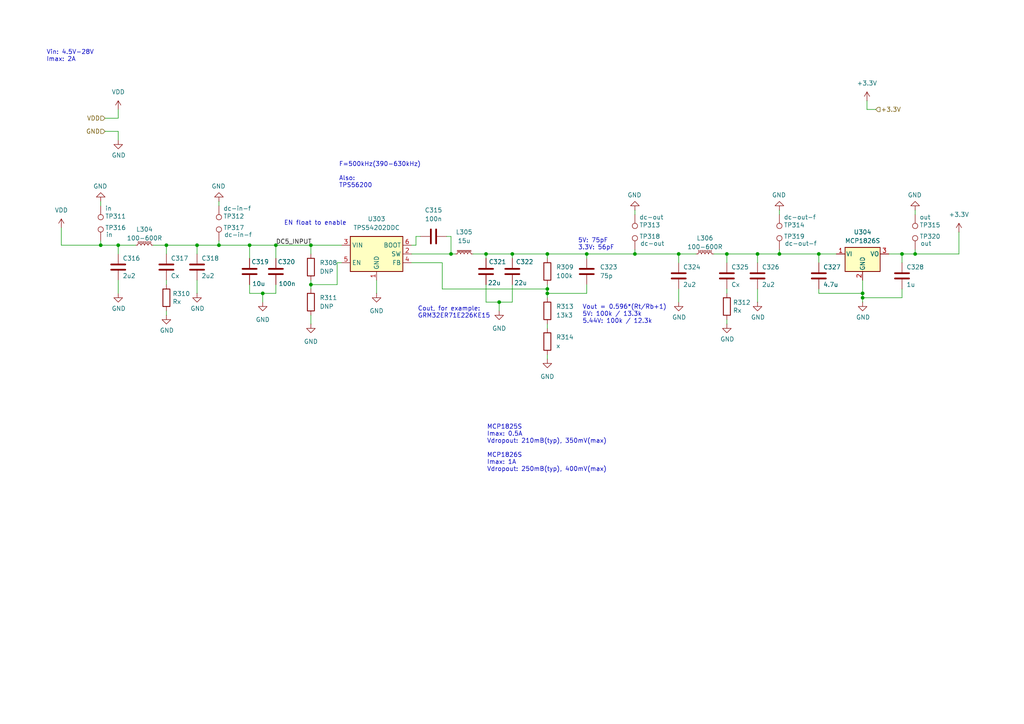
<source format=kicad_sch>
(kicad_sch (version 20231120) (generator "eeschema") (generator_version "8.0")
  (paper "A4")
  (lib_symbols
    (symbol "Connector:TestPoint" (pin_numbers hide) (pin_names (offset 0.762) hide)
      (property "Reference" "TP" (at 0 6.858 0))
      (property "Value" "TestPoint" (at 0 5.08 0))
      (symbol "TestPoint_0_1"
        (circle (center 0 3.302) (radius 0.762))
      )
      (symbol "TestPoint_1_1"
        (pin passive line (at 0 0 90) (length 2.54) (name "1") (number "1"))
      )
    )
    (symbol "Device:C" (pin_numbers hide) (pin_names (offset 0.254))
      (property "Reference" "C" (at 0.635 2.54 0))
      (property "Value" "C" (at 0.635 -2.54 0))
      (symbol "C_0_1"
        (polyline (pts (xy -2.032 -0.762) (xy 2.032 -0.762)) (stroke (width 0.508)))
        (polyline (pts (xy -2.032 0.762) (xy 2.032 0.762)) (stroke (width 0.508)))
      )
      (symbol "C_1_1"
        (pin passive line (at 0 3.81 270) (length 2.794) (name "~") (number "1"))
        (pin passive line (at 0 -3.81 90) (length 2.794) (name "~") (number "2"))
      )
    )
    (symbol "Device:L_Ferrite_Small" (pin_numbers hide) (pin_names (offset 0.254) hide)
      (property "Reference" "L" (at 1.27 1.016 0))
      (property "Value" "L_Ferrite_Small" (at 1.27 -1.27 0))
      (symbol "L_Ferrite_Small_0_1"
        (arc (start 0 -2.032) (mid 0.5058 -1.524) (end 0 -1.016))
        (arc (start 0 -1.016) (mid 0.5058 -0.508) (end 0 0))
        (polyline (pts (xy 0.762 -1.905) (xy 0.762 -1.651)))
        (polyline (pts (xy 0.762 -1.397) (xy 0.762 -1.143)))
        (polyline (pts (xy 0.762 -0.889) (xy 0.762 -0.635)))
        (polyline (pts (xy 0.762 -0.381) (xy 0.762 -0.127)))
        (polyline (pts (xy 0.762 0.127) (xy 0.762 0.381)))
        (polyline (pts (xy 0.762 0.635) (xy 0.762 0.889)))
        (polyline (pts (xy 0.762 1.143) (xy 0.762 1.397)))
        (polyline (pts (xy 0.762 1.651) (xy 0.762 1.905)))
        (polyline (pts (xy 1.016 -1.651) (xy 1.016 -1.905)))
        (polyline (pts (xy 1.016 -1.143) (xy 1.016 -1.397)))
        (polyline (pts (xy 1.016 -0.635) (xy 1.016 -0.889)))
        (polyline (pts (xy 1.016 -0.127) (xy 1.016 -0.381)))
        (polyline (pts (xy 1.016 0.381) (xy 1.016 0.127)))
        (polyline (pts (xy 1.016 0.889) (xy 1.016 0.635)))
        (polyline (pts (xy 1.016 1.397) (xy 1.016 1.143)))
        (polyline (pts (xy 1.016 1.905) (xy 1.016 1.651)))
        (arc (start 0 0) (mid 0.5058 0.508) (end 0 1.016))
        (arc (start 0 1.016) (mid 0.5058 1.524) (end 0 2.032))
      )
      (symbol "L_Ferrite_Small_1_1"
        (pin passive line (at 0 2.54 270) (length 0.508) (name "~") (number "1"))
        (pin passive line (at 0 -2.54 90) (length 0.508) (name "~") (number "2"))
      )
    )
    (symbol "Device:L_Iron_Small" (pin_numbers hide) (pin_names (offset 0.254) hide)
      (property "Reference" "L" (at 1.27 1.016 0))
      (property "Value" "L_Iron_Small" (at 1.27 -1.27 0))
      (symbol "L_Iron_Small_0_1"
        (arc (start 0 -2.032) (mid 0.5058 -1.524) (end 0 -1.016))
        (arc (start 0 -1.016) (mid 0.5058 -0.508) (end 0 0))
        (polyline (pts (xy 0.762 2.032) (xy 0.762 -2.032)))
        (polyline (pts (xy 1.016 -2.032) (xy 1.016 2.032)))
        (arc (start 0 0) (mid 0.5058 0.508) (end 0 1.016))
        (arc (start 0 1.016) (mid 0.5058 1.524) (end 0 2.032))
      )
      (symbol "L_Iron_Small_1_1"
        (pin passive line (at 0 2.54 270) (length 0.508) (name "~") (number "1"))
        (pin passive line (at 0 -2.54 90) (length 0.508) (name "~") (number "2"))
      )
    )
    (symbol "Device:R" (pin_numbers hide) (pin_names (offset 0))
      (property "Reference" "R" (at 2.032 0 90))
      (property "Value" "R" (at 0 0 90))
      (symbol "R_0_1"
        (rectangle (start -1.016 -2.54) (end 1.016 2.54) (stroke (width 0.254)))
      )
      (symbol "R_1_1"
        (pin passive line (at 0 3.81 270) (length 1.27) (name "~") (number "1"))
        (pin passive line (at 0 -3.81 90) (length 1.27) (name "~") (number "2"))
      )
    )
    (symbol "Regulator_Linear:MCP1826S" (pin_names (offset 0.254))
      (property "Reference" "U" (at -3.81 3.175 0))
      (property "Value" "MCP1826S" (at 0 3.175 0))
      (symbol "MCP1826S_0_1"
        (rectangle (start -5.08 1.905) (end 5.08 -5.08) (stroke (width 0.254)) (fill (type background)))
      )
      (symbol "MCP1826S_1_1"
        (pin power_in line (at -7.62 0 0) (length 2.54) (name "VI") (number "1"))
        (pin power_in line (at 0 -7.62 90) (length 2.54) (name "GND") (number "2"))
        (pin power_out line (at 7.62 0 180) (length 2.54) (name "VO") (number "3"))
      )
    )
    (symbol "Regulator_Switching:TPS54202DDC"
      (property "Reference" "U" (at -7.62 6.35 0))
      (property "Value" "TPS54202DDC" (at 0 6.35 0))
      (symbol "TPS54202DDC_0_1"
        (rectangle (start -7.62 5.08) (end 7.62 -5.08) (stroke (width 0.254)) (fill (type background)))
      )
      (symbol "TPS54202DDC_1_1"
        (pin power_in line (at 0 -7.62 90) (length 2.54) (name "GND") (number "1"))
        (pin power_out line (at 10.16 0 180) (length 2.54) (name "SW") (number "2"))
        (pin power_in line (at -10.16 2.54 0) (length 2.54) (name "VIN") (number "3"))
        (pin input line (at 10.16 -2.54 180) (length 2.54) (name "FB") (number "4"))
        (pin input line (at -10.16 -2.54 0) (length 2.54) (name "EN") (number "5"))
        (pin passive line (at 10.16 2.54 180) (length 2.54) (name "BOOT") (number "6"))
      )
    )
    (symbol "power:+3.3V" (power) (pin_numbers hide) (pin_names (offset 0) hide)
      (property "Value" "+3.3V" (at 0 3.556 0))
      (symbol "+3.3V_0_1"
        (polyline (pts (xy -0.762 1.27) (xy 0 2.54)))
        (polyline (pts (xy 0 0) (xy 0 2.54)))
        (polyline (pts (xy 0 2.54) (xy 0.762 1.27)))
      )
      (symbol "+3.3V_1_1"
        (pin power_in line (at 0 0 90) (length 0) (name "~") (number "1"))
      )
    )
    (symbol "power:GND" (power) (pin_numbers hide) (pin_names (offset 0) hide)
      (property "Value" "GND" (at 0 -3.81 0))
      (symbol "GND_0_1"
        (polyline (pts (xy 0 0) (xy 0 -1.27) (xy 1.27 -1.27) (xy 0 -2.54) (xy -1.27 -1.27) (xy 0 -1.27)))
      )
      (symbol "GND_1_1"
        (pin power_in line (at 0 0 270) (length 0) (name "~") (number "1"))
      )
    )
    (symbol "power:VDD" (power) (pin_numbers hide) (pin_names (offset 0) hide)
      (property "Value" "VDD" (at 0 3.556 0))
      (symbol "VDD_0_1"
        (polyline (pts (xy -0.762 1.27) (xy 0 2.54)))
        (polyline (pts (xy 0 0) (xy 0 2.54)))
        (polyline (pts (xy 0 2.54) (xy 0.762 1.27)))
      )
      (symbol "VDD_1_1"
        (pin power_in line (at 0 0 90) (length 0) (name "~") (number "1"))
      )
    )
  )
  (junction (at 210.82 73.66))
  (junction (at 34.29 71.12))
  (junction (at 237.49 73.66))
  (junction (at 148.59 73.66))
  (junction (at 196.85 73.66))
  (junction (at 144.78 87.63))
  (junction (at 130.81 73.66))
  (junction (at 250.19 86.36))
  (junction (at 63.5 71.12))
  (junction (at 80.01 71.12))
  (junction (at 76.2 85.09))
  (junction (at 90.17 71.12))
  (junction (at 265.43 73.66))
  (junction (at 184.15 73.66))
  (junction (at 158.75 85.09))
  (junction (at 29.21 71.12))
  (junction (at 261.62 73.66))
  (junction (at 72.39 71.12))
  (junction (at 57.15 71.12))
  (junction (at 250.19 85.09))
  (junction (at 158.75 73.66))
  (junction (at 170.18 73.66))
  (junction (at 219.71 73.66))
  (junction (at 90.17 82.55))
  (junction (at 226.06 73.66))
  (junction (at 48.26 71.12))
  (junction (at 140.97 73.66))
  (junction (at 158.75 83.82))
  (wire (pts (xy 29.21 71.12) (xy 34.29 71.12)))
  (wire (pts (xy 63.5 59.69) (xy 63.5 58.42)))
  (wire (pts (xy 196.85 76.2) (xy 196.85 73.66)))
  (wire (pts (xy 140.97 87.63) (xy 144.78 87.63)))
  (wire (pts (xy 226.06 72.39) (xy 226.06 73.66)))
  (wire (pts (xy 170.18 85.09) (xy 158.75 85.09)))
  (wire (pts (xy 196.85 73.66) (xy 201.93 73.66)))
  (wire (pts (xy 17.78 66.04) (xy 17.78 71.12)))
  (wire (pts (xy 119.38 71.12) (xy 120.65 71.12)))
  (wire (pts (xy 129.54 68.58) (xy 130.81 68.58)))
  (wire (pts (xy 148.59 73.66) (xy 158.75 73.66)))
  (wire (pts (xy 140.97 73.66) (xy 140.97 74.93)))
  (wire (pts (xy 158.75 83.82) (xy 128.27 83.82)))
  (wire (pts (xy 72.39 85.09) (xy 76.2 85.09)))
  (wire (pts (xy 158.75 83.82) (xy 158.75 85.09)))
  (wire (pts (xy 44.45 71.12) (xy 48.26 71.12)))
  (wire (pts (xy 251.46 29.21) (xy 251.46 31.75)))
  (wire (pts (xy 34.29 73.66) (xy 34.29 71.12)))
  (wire (pts (xy 158.75 73.66) (xy 158.75 74.93)))
  (wire (pts (xy 265.43 73.66) (xy 261.62 73.66)))
  (wire (pts (xy 170.18 73.66) (xy 184.15 73.66)))
  (wire (pts (xy 237.49 85.09) (xy 250.19 85.09)))
  (wire (pts (xy 196.85 83.82) (xy 196.85 87.63)))
  (wire (pts (xy 140.97 82.55) (xy 140.97 87.63)))
  (wire (pts (xy 97.79 76.2) (xy 97.79 82.55)))
  (wire (pts (xy 250.19 86.36) (xy 250.19 87.63)))
  (wire (pts (xy 237.49 73.66) (xy 242.57 73.66)))
  (wire (pts (xy 57.15 71.12) (xy 57.15 73.66)))
  (wire (pts (xy 210.82 92.71) (xy 210.82 93.98)))
  (wire (pts (xy 80.01 85.09) (xy 80.01 82.55)))
  (wire (pts (xy 210.82 73.66) (xy 219.71 73.66)))
  (wire (pts (xy 30.48 38.1) (xy 34.29 38.1)))
  (wire (pts (xy 90.17 81.28) (xy 90.17 82.55)))
  (wire (pts (xy 34.29 71.12) (xy 39.37 71.12)))
  (wire (pts (xy 57.15 71.12) (xy 63.5 71.12)))
  (wire (pts (xy 219.71 83.82) (xy 219.71 87.63)))
  (wire (pts (xy 261.62 86.36) (xy 250.19 86.36)))
  (wire (pts (xy 265.43 62.23) (xy 265.43 60.96)))
  (wire (pts (xy 278.13 73.66) (xy 265.43 73.66)))
  (wire (pts (xy 76.2 85.09) (xy 76.2 87.63)))
  (wire (pts (xy 90.17 82.55) (xy 90.17 83.82)))
  (wire (pts (xy 48.26 90.17) (xy 48.26 91.44)))
  (wire (pts (xy 130.81 73.66) (xy 132.08 73.66)))
  (wire (pts (xy 210.82 83.82) (xy 210.82 85.09)))
  (wire (pts (xy 158.75 82.55) (xy 158.75 83.82)))
  (wire (pts (xy 97.79 82.55) (xy 90.17 82.55)))
  (wire (pts (xy 144.78 87.63) (xy 148.59 87.63)))
  (wire (pts (xy 137.16 73.66) (xy 140.97 73.66)))
  (wire (pts (xy 34.29 34.29) (xy 34.29 31.75)))
  (wire (pts (xy 63.5 71.12) (xy 72.39 71.12)))
  (wire (pts (xy 265.43 72.39) (xy 265.43 73.66)))
  (wire (pts (xy 140.97 73.66) (xy 148.59 73.66)))
  (wire (pts (xy 72.39 82.55) (xy 72.39 85.09)))
  (wire (pts (xy 72.39 71.12) (xy 80.01 71.12)))
  (wire (pts (xy 219.71 73.66) (xy 226.06 73.66)))
  (wire (pts (xy 237.49 73.66) (xy 237.49 76.2)))
  (wire (pts (xy 257.81 73.66) (xy 261.62 73.66)))
  (wire (pts (xy 237.49 83.82) (xy 237.49 85.09)))
  (wire (pts (xy 184.15 72.39) (xy 184.15 73.66)))
  (wire (pts (xy 210.82 73.66) (xy 210.82 76.2)))
  (wire (pts (xy 261.62 83.82) (xy 261.62 86.36)))
  (wire (pts (xy 148.59 73.66) (xy 148.59 74.93)))
  (wire (pts (xy 219.71 73.66) (xy 219.71 76.2)))
  (wire (pts (xy 207.01 73.66) (xy 210.82 73.66)))
  (wire (pts (xy 158.75 85.09) (xy 158.75 86.36)))
  (wire (pts (xy 90.17 71.12) (xy 99.06 71.12)))
  (wire (pts (xy 30.48 34.29) (xy 34.29 34.29)))
  (wire (pts (xy 120.65 68.58) (xy 121.92 68.58)))
  (wire (pts (xy 99.06 76.2) (xy 97.79 76.2)))
  (wire (pts (xy 184.15 62.23) (xy 184.15 60.96)))
  (wire (pts (xy 128.27 76.2) (xy 119.38 76.2)))
  (wire (pts (xy 119.38 73.66) (xy 130.81 73.66)))
  (wire (pts (xy 72.39 71.12) (xy 72.39 74.93)))
  (wire (pts (xy 144.78 87.63) (xy 144.78 90.17)))
  (wire (pts (xy 158.75 93.98) (xy 158.75 95.25)))
  (wire (pts (xy 17.78 71.12) (xy 29.21 71.12)))
  (wire (pts (xy 48.26 71.12) (xy 57.15 71.12)))
  (wire (pts (xy 128.27 83.82) (xy 128.27 76.2)))
  (wire (pts (xy 57.15 81.28) (xy 57.15 85.09)))
  (wire (pts (xy 76.2 85.09) (xy 80.01 85.09)))
  (wire (pts (xy 278.13 67.31) (xy 278.13 73.66)))
  (wire (pts (xy 184.15 73.66) (xy 196.85 73.66)))
  (wire (pts (xy 29.21 69.85) (xy 29.21 71.12)))
  (wire (pts (xy 261.62 73.66) (xy 261.62 76.2)))
  (wire (pts (xy 130.81 68.58) (xy 130.81 73.66)))
  (wire (pts (xy 250.19 85.09) (xy 250.19 86.36)))
  (wire (pts (xy 63.5 69.85) (xy 63.5 71.12)))
  (wire (pts (xy 251.46 31.75) (xy 254 31.75)))
  (wire (pts (xy 29.21 59.69) (xy 29.21 58.42)))
  (wire (pts (xy 80.01 71.12) (xy 90.17 71.12)))
  (wire (pts (xy 34.29 38.1) (xy 34.29 40.64)))
  (wire (pts (xy 48.26 81.28) (xy 48.26 82.55)))
  (wire (pts (xy 170.18 74.93) (xy 170.18 73.66)))
  (wire (pts (xy 90.17 73.66) (xy 90.17 71.12)))
  (wire (pts (xy 170.18 82.55) (xy 170.18 85.09)))
  (wire (pts (xy 48.26 71.12) (xy 48.26 73.66)))
  (wire (pts (xy 170.18 73.66) (xy 158.75 73.66)))
  (wire (pts (xy 109.22 81.28) (xy 109.22 85.09)))
  (wire (pts (xy 120.65 68.58) (xy 120.65 71.12)))
  (wire (pts (xy 226.06 73.66) (xy 237.49 73.66)))
  (wire (pts (xy 148.59 87.63) (xy 148.59 82.55)))
  (wire (pts (xy 226.06 62.23) (xy 226.06 60.96)))
  (wire (pts (xy 158.75 102.87) (xy 158.75 104.14)))
  (wire (pts (xy 250.19 81.28) (xy 250.19 85.09)))
  (wire (pts (xy 90.17 91.44) (xy 90.17 93.98)))
  (wire (pts (xy 34.29 81.28) (xy 34.29 85.09)))
  (wire (pts (xy 80.01 71.12) (xy 80.01 74.93)))
  (text "5V: 75pF\n3.3V: 56pF" (at 167.64 70.866 0) (effects (font (size 1.27 1.27)) (justify left)))
  (text "Cout, for example:\nGRM32ER71E226KE15" (at 121.158 88.9 0) (effects (font (size 1.27 1.27)) (justify left top)))
  (text "EN float to enable" (at 91.44 64.77 0) (effects (font (size 1.27 1.27))))
  (text "Vin: 4.5V-28V\nImax: 2A" (at 13.462 16.256 0) (effects (font (size 1.27 1.27)) (justify left)))
  (text "MCP1825S\nImax: 0.5A\nVdropout: 210mB(typ), 350mV(max)\n\nMCP1826S\nImax: 1A\nVdropout: 250mB(typ), 400mV(max)" (at 141.224 130.048 0) (effects (font (size 1.27 1.27)) (justify left)))
  (text "Vout = 0.596*(Rt/Rb+1)\n5V: 100k / 13.3k\n5.44V: 100k / 12.3k" (at 168.91 88.392 0) (effects (font (size 1.27 1.27)) (justify left top)))
  (text "F=500kHz(390-630kHz)\n\nAlso:\nTPS56200" (at 98.298 46.99 0) (effects (font (size 1.27 1.27)) (justify left top)))
  (label "DC5_INPUT" (at 80.01 71.12 0))
  (hierarchical_label "GND" (shape input) (at 30.48 38.1 180))
  (hierarchical_label "VDD" (shape input) (at 30.48 34.29 180))
  (hierarchical_label "+3.3V" (shape input) (at 254 31.75 0))
  (symbol (lib_id "power:VDD") (at 34.29 31.75 0) (unit 1)
    (property "Reference" "#PWR0324" (effects (hide yes)))
    (property "Value" "VDD" (at 34.29 26.67 0))
    (property "Description" "Power symbol creates a global label with name \"VDD\"" (effects (hide yes)))
  )
  (symbol (lib_id "power:GND") (at 34.29 40.64 0) (unit 1)
    (property "Reference" "#PWR0325" (effects (hide yes)))
    (property "Value" "GND" (at 34.417 45.0342 0))
  )
  (symbol (lib_id "power:GND") (at 34.29 85.09 0) (unit 1)
    (property "Reference" "#PWR0333" (effects (hide yes)))
    (property "Value" "GND" (at 34.417 89.4842 0))
  )
  (symbol (lib_id "Connector:TestPoint") (at 265.43 62.23 0) (mirror x) (unit 1)
    (property "Reference" "TP315" (at 266.7 65.278 0) (effects (justify left)))
    (property "Value" "out" (at 266.7 62.992 0) (effects (justify left)))
    (property "Description" "test point" (effects (hide yes)))
  )
  (symbol (lib_id "power:GND") (at 63.5 58.42 180) (unit 1)
    (property "Reference" "#PWR0327" (effects (hide yes)))
    (property "Value" "GND" (at 63.373 54.0258 0))
  )
  (symbol (lib_id "power:GND") (at 265.43 60.96 180) (unit 1)
    (property "Reference" "#PWR0330" (effects (hide yes)))
    (property "Value" "GND" (at 265.303 56.5658 0))
  )
  (symbol (lib_id "power:GND") (at 90.17 93.98 0) (unit 1)
    (property "Reference" "#PWR0342" (effects (hide yes)))
    (property "Value" "GND" (at 90.17 99.06 0))
    (property "Description" "Power symbol creates a global label with name \"GND\" , ground" (effects (hide yes)))
  )
  (symbol (lib_id "power:GND") (at 76.2 87.63 0) (unit 1)
    (property "Reference" "#PWR0336" (effects (hide yes)))
    (property "Value" "GND" (at 76.2 92.71 0))
    (property "Description" "Power symbol creates a global label with name \"GND\" , ground" (effects (hide yes)))
  )
  (symbol (lib_id "power:GND") (at 29.21 58.42 180) (unit 1)
    (property "Reference" "#PWR0326" (effects (hide yes)))
    (property "Value" "GND" (at 29.083 54.0258 0))
  )
  (symbol (lib_id "Device:C") (at 219.71 80.01 0) (unit 1)
    (property "Reference" "C326" (at 220.98 77.47 0) (effects (justify left)))
    (property "Value" "2u2" (at 220.98 82.55 0) (effects (justify left)))
    (property "Footprint" "Capacitor_SMD:C_0805_2012Metric" (effects (hide yes)))
  )
  (symbol (lib_id "Connector:TestPoint") (at 226.06 62.23 0) (mirror x) (unit 1)
    (property "Reference" "TP314" (at 227.33 65.278 0) (effects (justify left)))
    (property "Value" "dc-out-f" (at 227.33 62.992 0) (effects (justify left)))
    (property "Description" "test point" (effects (hide yes)))
  )
  (symbol (lib_id "Device:C") (at 125.73 68.58 90) (unit 1)
    (property "Reference" "C315" (at 125.73 60.96 90))
    (property "Value" "100n" (at 125.73 63.5 90))
    (property "Description" "Unpolarized capacitor" (effects (hide yes)))
  )
  (symbol (lib_id "Device:L_Ferrite_Small") (at 204.47 73.66 90) (unit 1)
    (property "Reference" "L306" (at 204.47 69.0712 90))
    (property "Value" "100-600R" (at 204.47 71.6081 90))
    (property "Footprint" "Inductor_SMD:L_0805_2012Metric" (effects (hide yes)))
  )
  (symbol (lib_id "power:+3.3V") (at 278.13 67.31 0) (unit 1)
    (property "Reference" "#PWR0332" (effects (hide yes)))
    (property "Value" "+3.3V" (at 278.13 62.23 0))
    (property "Description" "Power symbol creates a global label with name \"+3.3V\"" (effects (hide yes)))
  )
  (symbol (lib_id "Device:C") (at 140.97 78.74 0) (unit 1)
    (property "Reference" "C321" (at 141.732 75.946 0) (effects (justify left)))
    (property "Value" "22u" (at 141.478 82.042 0) (effects (justify left)))
    (property "Description" "Unpolarized capacitor" (effects (hide yes)))
  )
  (symbol (lib_id "power:GND") (at 57.15 85.09 0) (unit 1)
    (property "Reference" "#PWR0334" (effects (hide yes)))
    (property "Value" "GND" (at 57.277 89.4842 0))
  )
  (symbol (lib_id "Device:C") (at 48.26 77.47 0) (unit 1)
    (property "Reference" "C317" (at 49.53 74.93 0) (effects (justify left)))
    (property "Value" "Cx" (at 49.53 80.01 0) (effects (justify left)))
    (property "Footprint" "Capacitor_SMD:C_0805_2012Metric" (effects (hide yes)))
  )
  (symbol (lib_id "Connector:TestPoint") (at 265.43 72.39 0) (unit 1)
    (property "Reference" "TP320" (at 266.7 68.58 0) (effects (justify left)))
    (property "Value" "out" (at 266.954 70.612 0) (effects (justify left)))
    (property "Description" "test point" (effects (hide yes)))
  )
  (symbol (lib_id "Device:C") (at 210.82 80.01 0) (unit 1)
    (property "Reference" "C325" (at 212.09 77.47 0) (effects (justify left)))
    (property "Value" "Cx" (at 212.09 82.55 0) (effects (justify left)))
    (property "Footprint" "Capacitor_SMD:C_0805_2012Metric" (effects (hide yes)))
  )
  (symbol (lib_id "power:+3.3V") (at 251.46 29.21 0) (unit 1)
    (property "Reference" "#PWR0323" (effects (hide yes)))
    (property "Value" "+3.3V" (at 251.46 24.13 0))
    (property "Description" "Power symbol creates a global label with name \"+3.3V\"" (effects (hide yes)))
  )
  (symbol (lib_id "Device:R") (at 90.17 77.47 0) (unit 1)
    (property "Reference" "R308" (at 92.71 76.1999 0) (effects (justify left)))
    (property "Value" "DNP" (at 92.71 78.7399 0) (effects (justify left)))
    (property "Description" "Resistor" (effects (hide yes)))
  )
  (symbol (lib_id "Connector:TestPoint") (at 29.21 59.69 0) (mirror x) (unit 1)
    (property "Reference" "TP311" (at 30.48 62.738 0) (effects (justify left)))
    (property "Value" "in" (at 30.48 60.452 0) (effects (justify left)))
    (property "Description" "test point" (effects (hide yes)))
  )
  (symbol (lib_id "Device:C") (at 72.39 78.74 0) (unit 1)
    (property "Reference" "C319" (at 72.898 75.946 0) (effects (justify left)))
    (property "Value" "10u" (at 73.152 82.296 0) (effects (justify left)))
    (property "Description" "Unpolarized capacitor" (effects (hide yes)))
  )
  (symbol (lib_id "Regulator_Linear:MCP1826S") (at 250.19 73.66 0) (unit 1)
    (property "Reference" "U304" (at 250.19 67.31 0))
    (property "Value" "MCP1826S" (at 250.19 69.85 0))
    (property "Datasheet" "http://ww1.microchip.com/downloads/en/DeviceDoc/22057B.pdf" (effects (hide yes)))
    (property "Description" "1000mA, Low-Voltage, Low Quiescent Current LDO Regulator, SOT-223, TO-220, TO-263" (effects (hide yes)))
  )
  (symbol (lib_id "Device:L_Ferrite_Small") (at 41.91 71.12 90) (unit 1)
    (property "Reference" "L304" (at 41.91 66.5312 90))
    (property "Value" "100-600R" (at 41.91 69.0681 90))
    (property "Footprint" "Inductor_SMD:L_0805_2012Metric" (effects (hide yes)))
  )
  (symbol (lib_id "Connector:TestPoint") (at 184.15 62.23 0) (mirror x) (unit 1)
    (property "Reference" "TP313" (at 185.42 65.278 0) (effects (justify left)))
    (property "Value" "dc-out" (at 185.42 62.992 0) (effects (justify left)))
    (property "Description" "test point" (effects (hide yes)))
  )
  (symbol (lib_id "Device:C") (at 237.49 80.01 0) (unit 1)
    (property "Reference" "C327" (at 238.76 77.47 0) (effects (justify left)))
    (property "Value" "4.7u" (at 238.76 82.55 0) (effects (justify left)))
    (property "Footprint" "Capacitor_SMD:C_0805_2012Metric" (effects (hide yes)))
  )
  (symbol (lib_id "Device:R") (at 158.75 90.17 0) (unit 1)
    (property "Reference" "R313" (at 161.29 88.8999 0) (effects (justify left)))
    (property "Value" "13k3" (at 161.29 91.4399 0) (effects (justify left)))
    (property "Description" "Resistor" (effects (hide yes)))
  )
  (symbol (lib_id "Connector:TestPoint") (at 226.06 72.39 0) (unit 1)
    (property "Reference" "TP319" (at 227.33 68.58 0) (effects (justify left)))
    (property "Value" "dc-out-f" (at 227.584 70.612 0) (effects (justify left)))
    (property "Description" "test point" (effects (hide yes)))
  )
  (symbol (lib_id "Device:C") (at 170.18 78.74 0) (unit 1)
    (property "Reference" "C323" (at 173.99 77.4699 0) (effects (justify left)))
    (property "Value" "75p" (at 173.99 80.0099 0) (effects (justify left)))
    (property "Description" "Unpolarized capacitor" (effects (hide yes)))
  )
  (symbol (lib_id "Device:C") (at 57.15 77.47 0) (unit 1)
    (property "Reference" "C318" (at 58.42 74.93 0) (effects (justify left)))
    (property "Value" "2u2" (at 58.42 80.01 0) (effects (justify left)))
    (property "Footprint" "Capacitor_SMD:C_0805_2012Metric" (effects (hide yes)))
  )
  (symbol (lib_id "Device:C") (at 80.01 78.74 0) (unit 1)
    (property "Reference" "C320" (at 80.518 75.946 0) (effects (justify left)))
    (property "Value" "100n" (at 80.772 82.296 0) (effects (justify left)))
    (property "Description" "Unpolarized capacitor" (effects (hide yes)))
  )
  (symbol (lib_id "Regulator_Switching:TPS54202DDC") (at 109.22 73.66 0) (unit 1)
    (property "Reference" "U303" (at 109.22 63.5 0))
    (property "Value" "TPS54202DDC" (at 109.22 66.04 0))
    (property "Footprint" "Package_TO_SOT_SMD:SOT-23-6" (effects (hide yes)))
    (property "Datasheet" "http://www.ti.com/lit/ds/symlink/tps54202.pdf" (effects (hide yes)))
    (property "Description" "2A, 4.5 to 28V Input, EMI Friendly integrated switch synchronous step-down regulator, pulse-skipping, SOT-23-6" (effects (hide yes)))
  )
  (symbol (lib_id "Device:R") (at 90.17 87.63 0) (unit 1)
    (property "Reference" "R311" (at 92.71 86.3599 0) (effects (justify left)))
    (property "Value" "DNP" (at 92.71 88.8999 0) (effects (justify left)))
    (property "Description" "Resistor" (effects (hide yes)))
  )
  (symbol (lib_id "power:GND") (at 184.15 60.96 180) (unit 1)
    (property "Reference" "#PWR0328" (effects (hide yes)))
    (property "Value" "GND" (at 184.023 56.5658 0))
  )
  (symbol (lib_id "Device:R") (at 158.75 99.06 0) (unit 1)
    (property "Reference" "R314" (at 161.29 97.7899 0) (effects (justify left)))
    (property "Value" "x" (at 161.29 100.3299 0) (effects (justify left)))
    (property "Description" "Resistor" (effects (hide yes)))
  )
  (symbol (lib_id "power:GND") (at 158.75 104.14 0) (unit 1)
    (property "Reference" "#PWR0344" (effects (hide yes)))
    (property "Value" "GND" (at 158.75 109.22 0))
    (property "Description" "Power symbol creates a global label with name \"GND\" , ground" (effects (hide yes)))
  )
  (symbol (lib_id "Connector:TestPoint") (at 63.5 59.69 0) (mirror x) (unit 1)
    (property "Reference" "TP312" (at 64.77 62.738 0) (effects (justify left)))
    (property "Value" "dc-in-f" (at 64.77 60.452 0) (effects (justify left)))
    (property "Description" "test point" (effects (hide yes)))
  )
  (symbol (lib_id "Device:R") (at 48.26 86.36 180) (unit 1)
    (property "Reference" "R310" (at 50.038 85.1916 0) (effects (justify right)))
    (property "Value" "Rx" (at 50.038 87.503 0) (effects (justify right)))
    (property "Footprint" "Resistor_SMD:R_0805_2012Metric" (effects (hide yes)))
  )
  (symbol (lib_id "Device:C") (at 196.85 80.01 0) (unit 1)
    (property "Reference" "C324" (at 198.12 77.47 0) (effects (justify left)))
    (property "Value" "2u2" (at 198.12 82.55 0) (effects (justify left)))
    (property "Footprint" "Capacitor_SMD:C_0805_2012Metric" (effects (hide yes)))
  )
  (symbol (lib_id "power:GND") (at 109.22 85.09 0) (unit 1)
    (property "Reference" "#PWR0335" (effects (hide yes)))
    (property "Value" "GND" (at 109.22 90.17 0))
    (property "Description" "Power symbol creates a global label with name \"GND\" , ground" (effects (hide yes)))
  )
  (symbol (lib_id "Device:L_Iron_Small") (at 134.62 73.66 90) (unit 1)
    (property "Reference" "L305" (at 134.62 67.31 90))
    (property "Value" "15u" (at 134.62 69.85 90))
    (property "Description" "Inductor with iron core, small symbol" (effects (hide yes)))
  )
  (symbol (lib_id "Device:C") (at 34.29 77.47 0) (unit 1)
    (property "Reference" "C316" (at 35.56 74.93 0) (effects (justify left)))
    (property "Value" "2u2" (at 35.56 80.01 0) (effects (justify left)))
    (property "Footprint" "Capacitor_SMD:C_0805_2012Metric" (effects (hide yes)))
  )
  (symbol (lib_id "power:GND") (at 196.85 87.63 0) (unit 1)
    (property "Reference" "#PWR0337" (effects (hide yes)))
    (property "Value" "GND" (at 196.977 92.0242 0))
  )
  (symbol (lib_id "power:GND") (at 219.71 87.63 0) (unit 1)
    (property "Reference" "#PWR0338" (effects (hide yes)))
    (property "Value" "GND" (at 219.837 92.0242 0))
  )
  (symbol (lib_id "Device:R") (at 210.82 88.9 180) (unit 1)
    (property "Reference" "R312" (at 212.598 87.7316 0) (effects (justify right)))
    (property "Value" "Rx" (at 212.598 90.043 0) (effects (justify right)))
    (property "Footprint" "Resistor_SMD:R_0805_2012Metric" (effects (hide yes)))
  )
  (symbol (lib_id "Connector:TestPoint") (at 29.21 69.85 0) (unit 1)
    (property "Reference" "TP316" (at 30.48 66.04 0) (effects (justify left)))
    (property "Value" "in" (at 30.734 68.072 0) (effects (justify left)))
    (property "Description" "test point" (effects (hide yes)))
  )
  (symbol (lib_id "Connector:TestPoint") (at 63.5 69.85 0) (unit 1)
    (property "Reference" "TP317" (at 64.77 66.04 0) (effects (justify left)))
    (property "Value" "dc-in-f" (at 65.024 68.072 0) (effects (justify left)))
    (property "Description" "test point" (effects (hide yes)))
  )
  (symbol (lib_id "power:GND") (at 48.26 91.44 0) (unit 1)
    (property "Reference" "#PWR0341" (effects (hide yes)))
    (property "Value" "GND" (at 48.387 95.8342 0))
  )
  (symbol (lib_id "Connector:TestPoint") (at 184.15 72.39 0) (unit 1)
    (property "Reference" "TP318" (at 185.42 68.58 0) (effects (justify left)))
    (property "Value" "dc-out" (at 185.674 70.612 0) (effects (justify left)))
    (property "Description" "test point" (effects (hide yes)))
  )
  (symbol (lib_id "Device:R") (at 158.75 78.74 0) (unit 1)
    (property "Reference" "R309" (at 161.29 77.4699 0) (effects (justify left)))
    (property "Value" "100k" (at 161.29 80.0099 0) (effects (justify left)))
    (property "Description" "Resistor" (effects (hide yes)))
  )
  (symbol (lib_id "power:GND") (at 144.78 90.17 0) (unit 1)
    (property "Reference" "#PWR0340" (effects (hide yes)))
    (property "Value" "GND" (at 144.78 95.25 0))
    (property "Description" "Power symbol creates a global label with name \"GND\" , ground" (effects (hide yes)))
  )
  (symbol (lib_id "power:GND") (at 226.06 60.96 180) (unit 1)
    (property "Reference" "#PWR0329" (effects (hide yes)))
    (property "Value" "GND" (at 225.933 56.5658 0))
  )
  (symbol (lib_id "Device:C") (at 148.59 78.74 0) (unit 1)
    (property "Reference" "C322" (at 149.606 75.946 0) (effects (justify left)))
    (property "Value" "22u" (at 149.098 82.042 0) (effects (justify left)))
    (property "Description" "Unpolarized capacitor" (effects (hide yes)))
  )
  (symbol (lib_id "power:GND") (at 210.82 93.98 0) (unit 1)
    (property "Reference" "#PWR0343" (effects (hide yes)))
    (property "Value" "GND" (at 210.947 98.3742 0))
  )
  (symbol (lib_id "power:VDD") (at 17.78 66.04 0) (unit 1)
    (property "Reference" "#PWR0331" (effects (hide yes)))
    (property "Value" "VDD" (at 17.78 60.96 0))
    (property "Description" "Power symbol creates a global label with name \"VDD\"" (effects (hide yes)))
  )
  (symbol (lib_id "Device:C") (at 261.62 80.01 0) (unit 1)
    (property "Reference" "C328" (at 262.89 77.47 0) (effects (justify left)))
    (property "Value" "1u" (at 262.89 82.55 0) (effects (justify left)))
    (property "Footprint" "Capacitor_SMD:C_0805_2012Metric" (effects (hide yes)))
  )
  (symbol (lib_id "power:GND") (at 250.19 87.63 0) (unit 1)
    (property "Reference" "#PWR0339" (effects (hide yes)))
    (property "Value" "GND" (at 250.317 92.0242 0))
  )
)
</source>
